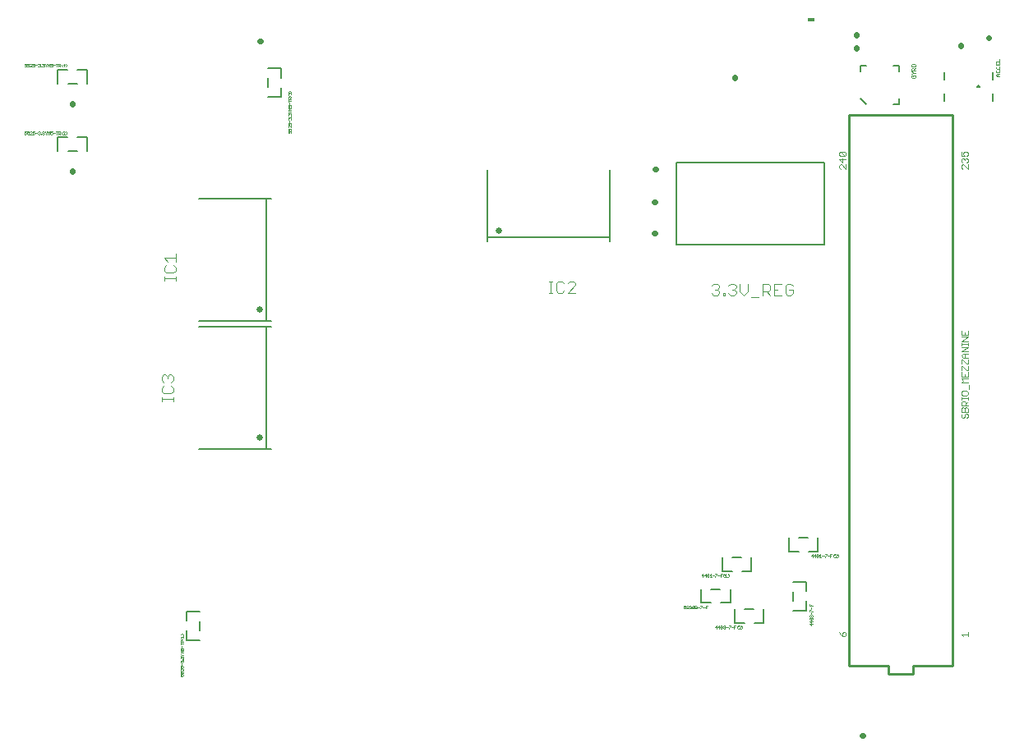
<source format=gto>
G75*
%MOIN*%
%OFA0B0*%
%FSLAX25Y25*%
%IPPOS*%
%LPD*%
%AMOC8*
5,1,8,0,0,1.08239X$1,22.5*
%
%ADD10C,0.01000*%
%ADD11C,0.00100*%
%ADD12C,0.00500*%
%ADD13C,0.00400*%
%ADD14C,0.02200*%
%ADD15C,0.00800*%
%ADD16C,0.00700*%
%ADD17R,0.03000X0.01800*%
%ADD18C,0.02601*%
D10*
X0346638Y0046300D02*
X0346638Y0269900D01*
X0388438Y0269900D01*
X0388438Y0046300D01*
X0372538Y0046300D01*
X0372538Y0042800D01*
X0362538Y0042800D01*
X0362538Y0046300D01*
X0346638Y0046300D01*
D11*
X0075937Y0042050D02*
X0075387Y0042050D01*
X0075387Y0042784D01*
X0075387Y0043155D02*
X0075937Y0043155D01*
X0075754Y0043522D01*
X0075754Y0043705D01*
X0075937Y0043889D01*
X0076304Y0043889D01*
X0076488Y0043705D01*
X0076488Y0043338D01*
X0076304Y0043155D01*
X0076304Y0042784D02*
X0076488Y0042600D01*
X0076488Y0042233D01*
X0076304Y0042050D01*
X0075937Y0042050D02*
X0075754Y0042417D01*
X0075754Y0042600D01*
X0075937Y0042784D01*
X0076304Y0042784D01*
X0075387Y0043155D02*
X0075387Y0043889D01*
X0075570Y0044260D02*
X0075387Y0044443D01*
X0075387Y0044810D01*
X0075570Y0044994D01*
X0075754Y0044994D01*
X0076488Y0044260D01*
X0076488Y0044994D01*
X0076304Y0045365D02*
X0076488Y0045548D01*
X0076488Y0045915D01*
X0076304Y0046099D01*
X0075937Y0046099D01*
X0075754Y0045915D01*
X0075754Y0045732D01*
X0075937Y0045365D01*
X0075387Y0045365D01*
X0075387Y0046099D01*
X0075937Y0046470D02*
X0075937Y0047204D01*
X0075570Y0047575D02*
X0075387Y0047758D01*
X0075387Y0048125D01*
X0075570Y0048309D01*
X0075754Y0048309D01*
X0075937Y0048125D01*
X0076121Y0048309D01*
X0076304Y0048309D01*
X0076488Y0048125D01*
X0076488Y0047758D01*
X0076304Y0047575D01*
X0075937Y0047942D02*
X0075937Y0048125D01*
X0076304Y0048680D02*
X0076304Y0048863D01*
X0076488Y0048863D01*
X0076488Y0048680D01*
X0076304Y0048680D01*
X0076304Y0049232D02*
X0076488Y0049416D01*
X0076488Y0049783D01*
X0076304Y0049966D01*
X0076121Y0049966D01*
X0075937Y0049783D01*
X0075937Y0049599D01*
X0075937Y0049783D02*
X0075754Y0049966D01*
X0075570Y0049966D01*
X0075387Y0049783D01*
X0075387Y0049416D01*
X0075570Y0049232D01*
X0075570Y0050337D02*
X0075937Y0050704D01*
X0076488Y0050704D01*
X0075937Y0050704D02*
X0075570Y0051071D01*
X0075387Y0051071D01*
X0075387Y0051442D02*
X0075754Y0051809D01*
X0075387Y0052176D01*
X0076488Y0052176D01*
X0076304Y0052547D02*
X0076488Y0052730D01*
X0076488Y0053097D01*
X0076304Y0053281D01*
X0075937Y0053281D01*
X0075754Y0053097D01*
X0075754Y0052914D01*
X0075937Y0052547D01*
X0075387Y0052547D01*
X0075387Y0053281D01*
X0075937Y0053652D02*
X0075937Y0054386D01*
X0075387Y0054757D02*
X0075387Y0055491D01*
X0075387Y0055124D02*
X0076488Y0055124D01*
X0076488Y0055862D02*
X0075387Y0055862D01*
X0075387Y0056412D01*
X0075570Y0056596D01*
X0075937Y0056596D01*
X0076121Y0056412D01*
X0076121Y0055862D01*
X0076121Y0056229D02*
X0076488Y0056596D01*
X0076121Y0056967D02*
X0075754Y0056967D01*
X0075387Y0057334D01*
X0075754Y0057703D02*
X0075387Y0058070D01*
X0076488Y0058070D01*
X0076488Y0057703D02*
X0076488Y0058437D01*
X0076488Y0058808D02*
X0076121Y0059175D01*
X0075754Y0059175D01*
X0075387Y0058808D01*
X0076488Y0057334D02*
X0076121Y0056967D01*
X0076488Y0051442D02*
X0075387Y0051442D01*
X0075387Y0050337D02*
X0075570Y0050337D01*
X0279518Y0069658D02*
X0279702Y0069475D01*
X0280069Y0069475D01*
X0280252Y0069658D01*
X0280252Y0070025D01*
X0280069Y0070209D01*
X0279885Y0070209D01*
X0279518Y0070025D01*
X0279518Y0070576D01*
X0280252Y0070576D01*
X0280623Y0070392D02*
X0280807Y0070576D01*
X0281174Y0070576D01*
X0281357Y0070392D01*
X0281357Y0070209D01*
X0280623Y0069475D01*
X0281357Y0069475D01*
X0281728Y0069658D02*
X0281912Y0069475D01*
X0282279Y0069475D01*
X0282462Y0069658D01*
X0282462Y0069842D01*
X0282279Y0070025D01*
X0282095Y0070025D01*
X0282279Y0070025D02*
X0282462Y0070209D01*
X0282462Y0070392D01*
X0282279Y0070576D01*
X0281912Y0070576D01*
X0281728Y0070392D01*
X0282833Y0070392D02*
X0282833Y0070209D01*
X0283017Y0070025D01*
X0283384Y0070025D01*
X0283567Y0069842D01*
X0283567Y0069658D01*
X0283384Y0069475D01*
X0283017Y0069475D01*
X0282833Y0069658D01*
X0282833Y0069842D01*
X0283017Y0070025D01*
X0283384Y0070025D02*
X0283567Y0070209D01*
X0283567Y0070392D01*
X0283384Y0070576D01*
X0283017Y0070576D01*
X0282833Y0070392D01*
X0283938Y0070576D02*
X0284489Y0070576D01*
X0284672Y0070392D01*
X0284672Y0070209D01*
X0284489Y0070025D01*
X0283938Y0070025D01*
X0283938Y0069475D02*
X0284489Y0069475D01*
X0284672Y0069658D01*
X0284672Y0069842D01*
X0284489Y0070025D01*
X0285043Y0070025D02*
X0285777Y0070025D01*
X0286148Y0069658D02*
X0286148Y0069475D01*
X0286148Y0069658D02*
X0286882Y0070392D01*
X0286882Y0070576D01*
X0286148Y0070576D01*
X0287253Y0070025D02*
X0287987Y0070025D01*
X0288358Y0070025D02*
X0288725Y0070025D01*
X0288358Y0069475D02*
X0288358Y0070576D01*
X0289092Y0070576D01*
X0283938Y0070576D02*
X0283938Y0069475D01*
X0292170Y0061900D02*
X0292904Y0061900D01*
X0293275Y0061900D02*
X0294009Y0061900D01*
X0294380Y0061533D02*
X0295114Y0062267D01*
X0295114Y0061533D01*
X0294930Y0061350D01*
X0294563Y0061350D01*
X0294380Y0061533D01*
X0294380Y0062267D01*
X0294563Y0062451D01*
X0294930Y0062451D01*
X0295114Y0062267D01*
X0295485Y0062267D02*
X0295668Y0062451D01*
X0296035Y0062451D01*
X0296219Y0062267D01*
X0296219Y0062084D01*
X0296035Y0061900D01*
X0296219Y0061717D01*
X0296219Y0061533D01*
X0296035Y0061350D01*
X0295668Y0061350D01*
X0295485Y0061533D01*
X0295852Y0061900D02*
X0296035Y0061900D01*
X0296590Y0061900D02*
X0297324Y0061900D01*
X0297695Y0061533D02*
X0297695Y0061350D01*
X0297695Y0061533D02*
X0298429Y0062267D01*
X0298429Y0062451D01*
X0297695Y0062451D01*
X0298800Y0061900D02*
X0299534Y0061900D01*
X0299905Y0061900D02*
X0300272Y0061900D01*
X0299905Y0061350D02*
X0299905Y0062451D01*
X0300639Y0062451D01*
X0301010Y0062084D02*
X0301376Y0062451D01*
X0301746Y0062267D02*
X0301930Y0062451D01*
X0302297Y0062451D01*
X0302480Y0062267D01*
X0302480Y0062084D01*
X0301746Y0061350D01*
X0302480Y0061350D01*
X0302851Y0061350D02*
X0303218Y0061717D01*
X0303218Y0062084D01*
X0302851Y0062451D01*
X0301376Y0061350D02*
X0301010Y0061717D01*
X0301010Y0062084D01*
X0293825Y0062451D02*
X0293275Y0061900D01*
X0293825Y0061350D02*
X0293825Y0062451D01*
X0292721Y0062451D02*
X0292170Y0061900D01*
X0292721Y0061350D02*
X0292721Y0062451D01*
X0292195Y0082350D02*
X0292195Y0082533D01*
X0292929Y0083267D01*
X0292929Y0083451D01*
X0292195Y0083451D01*
X0291824Y0082900D02*
X0291090Y0082900D01*
X0290719Y0082350D02*
X0289985Y0082350D01*
X0290352Y0082350D02*
X0290352Y0083451D01*
X0289985Y0083084D01*
X0289614Y0083267D02*
X0288880Y0082533D01*
X0289063Y0082350D01*
X0289430Y0082350D01*
X0289614Y0082533D01*
X0289614Y0083267D01*
X0289430Y0083451D01*
X0289063Y0083451D01*
X0288880Y0083267D01*
X0288880Y0082533D01*
X0288509Y0082900D02*
X0287775Y0082900D01*
X0288325Y0083451D01*
X0288325Y0082350D01*
X0287404Y0082900D02*
X0286670Y0082900D01*
X0287221Y0083451D01*
X0287221Y0082350D01*
X0293300Y0082900D02*
X0294034Y0082900D01*
X0294405Y0082900D02*
X0294772Y0082900D01*
X0294405Y0082350D02*
X0294405Y0083451D01*
X0295139Y0083451D01*
X0295510Y0083084D02*
X0295876Y0083451D01*
X0295510Y0083084D02*
X0295510Y0082717D01*
X0295876Y0082350D01*
X0296246Y0082350D02*
X0296980Y0082350D01*
X0296613Y0082350D02*
X0296613Y0083451D01*
X0296246Y0083084D01*
X0297351Y0083451D02*
X0297718Y0083084D01*
X0297718Y0082717D01*
X0297351Y0082350D01*
X0331170Y0090900D02*
X0331904Y0090900D01*
X0332275Y0090900D02*
X0333009Y0090900D01*
X0333380Y0090533D02*
X0334114Y0091267D01*
X0334114Y0090533D01*
X0333930Y0090350D01*
X0333563Y0090350D01*
X0333380Y0090533D01*
X0333380Y0091267D01*
X0333563Y0091451D01*
X0333930Y0091451D01*
X0334114Y0091267D01*
X0334485Y0091084D02*
X0334852Y0091451D01*
X0334852Y0090350D01*
X0334485Y0090350D02*
X0335219Y0090350D01*
X0335590Y0090900D02*
X0336324Y0090900D01*
X0336695Y0090533D02*
X0336695Y0090350D01*
X0336695Y0090533D02*
X0337429Y0091267D01*
X0337429Y0091451D01*
X0336695Y0091451D01*
X0337800Y0090900D02*
X0338534Y0090900D01*
X0338905Y0090900D02*
X0339272Y0090900D01*
X0338905Y0090350D02*
X0338905Y0091451D01*
X0339639Y0091451D01*
X0340010Y0091084D02*
X0340376Y0091451D01*
X0340746Y0091267D02*
X0340930Y0091451D01*
X0341297Y0091451D01*
X0341480Y0091267D01*
X0341480Y0091084D01*
X0340746Y0090350D01*
X0341480Y0090350D01*
X0341851Y0090350D02*
X0342218Y0090717D01*
X0342218Y0091084D01*
X0341851Y0091451D01*
X0340376Y0090350D02*
X0340010Y0090717D01*
X0340010Y0091084D01*
X0332825Y0091451D02*
X0332275Y0090900D01*
X0332825Y0090350D02*
X0332825Y0091451D01*
X0331721Y0091451D02*
X0331170Y0090900D01*
X0331721Y0090350D02*
X0331721Y0091451D01*
X0330587Y0071179D02*
X0330587Y0070445D01*
X0331688Y0070445D01*
X0331137Y0070445D02*
X0331137Y0070812D01*
X0331137Y0070074D02*
X0331137Y0069340D01*
X0330770Y0068969D02*
X0331504Y0068235D01*
X0331688Y0068235D01*
X0331137Y0067864D02*
X0331137Y0067130D01*
X0330954Y0066759D02*
X0331137Y0066576D01*
X0331321Y0066759D01*
X0331504Y0066759D01*
X0331688Y0066576D01*
X0331688Y0066209D01*
X0331504Y0066025D01*
X0331504Y0065654D02*
X0331688Y0065471D01*
X0331688Y0065104D01*
X0331504Y0064920D01*
X0330770Y0065654D01*
X0331504Y0065654D01*
X0330770Y0065654D02*
X0330587Y0065471D01*
X0330587Y0065104D01*
X0330770Y0064920D01*
X0331504Y0064920D01*
X0331137Y0064549D02*
X0331137Y0063815D01*
X0330587Y0064366D01*
X0331688Y0064366D01*
X0331137Y0063444D02*
X0331137Y0062710D01*
X0330587Y0063261D01*
X0331688Y0063261D01*
X0330770Y0066025D02*
X0330587Y0066209D01*
X0330587Y0066576D01*
X0330770Y0066759D01*
X0330954Y0066759D01*
X0331137Y0066576D02*
X0331137Y0066392D01*
X0330587Y0068235D02*
X0330587Y0068969D01*
X0330770Y0068969D01*
X0342586Y0059885D02*
X0343029Y0058998D01*
X0343915Y0058112D01*
X0343915Y0059441D01*
X0344358Y0059885D01*
X0344801Y0059885D01*
X0345244Y0059441D01*
X0345244Y0058555D01*
X0344801Y0058112D01*
X0343915Y0058112D01*
X0392086Y0058998D02*
X0394744Y0058998D01*
X0394744Y0058112D02*
X0394744Y0059885D01*
X0392972Y0058112D02*
X0392086Y0058998D01*
X0392529Y0146778D02*
X0392972Y0146778D01*
X0393415Y0147221D01*
X0393415Y0148107D01*
X0393858Y0148550D01*
X0394301Y0148550D01*
X0394744Y0148107D01*
X0394744Y0147221D01*
X0394301Y0146778D01*
X0392529Y0146778D02*
X0392086Y0147221D01*
X0392086Y0148107D01*
X0392529Y0148550D01*
X0392086Y0149315D02*
X0392086Y0150644D01*
X0392529Y0151087D01*
X0392972Y0151087D01*
X0393415Y0150644D01*
X0393415Y0149315D01*
X0394744Y0149315D02*
X0394744Y0150644D01*
X0394301Y0151087D01*
X0393858Y0151087D01*
X0393415Y0150644D01*
X0393858Y0151853D02*
X0393858Y0153182D01*
X0393415Y0153625D01*
X0392529Y0153625D01*
X0392086Y0153182D01*
X0392086Y0151853D01*
X0394744Y0151853D01*
X0393858Y0152739D02*
X0394744Y0153625D01*
X0394744Y0154391D02*
X0394744Y0155277D01*
X0394744Y0154834D02*
X0392086Y0154834D01*
X0392086Y0154391D02*
X0392086Y0155277D01*
X0392529Y0156082D02*
X0394301Y0156082D01*
X0394744Y0156525D01*
X0394744Y0157411D01*
X0394301Y0157854D01*
X0392529Y0157854D01*
X0392086Y0157411D01*
X0392086Y0156525D01*
X0392529Y0156082D01*
X0395187Y0158620D02*
X0395187Y0160392D01*
X0394744Y0161157D02*
X0392086Y0161157D01*
X0392972Y0162043D01*
X0392086Y0162930D01*
X0394744Y0162930D01*
X0394744Y0163695D02*
X0394744Y0165467D01*
X0394744Y0166233D02*
X0394744Y0168005D01*
X0394744Y0168770D02*
X0394744Y0170542D01*
X0394744Y0171308D02*
X0392972Y0171308D01*
X0392086Y0172194D01*
X0392972Y0173080D01*
X0394744Y0173080D01*
X0394744Y0173845D02*
X0392086Y0173845D01*
X0394744Y0175618D01*
X0392086Y0175618D01*
X0392086Y0176383D02*
X0392086Y0177269D01*
X0392086Y0176826D02*
X0394744Y0176826D01*
X0394744Y0176383D02*
X0394744Y0177269D01*
X0394744Y0178075D02*
X0392086Y0178075D01*
X0394744Y0179847D01*
X0392086Y0179847D01*
X0392086Y0180612D02*
X0394744Y0180612D01*
X0394744Y0182384D01*
X0393415Y0181498D02*
X0393415Y0180612D01*
X0392086Y0180612D02*
X0392086Y0182384D01*
X0393415Y0173080D02*
X0393415Y0171308D01*
X0392529Y0170542D02*
X0394301Y0168770D01*
X0394744Y0168770D01*
X0392529Y0168005D02*
X0394301Y0166233D01*
X0394744Y0166233D01*
X0393415Y0164581D02*
X0393415Y0163695D01*
X0392086Y0163695D02*
X0394744Y0163695D01*
X0392086Y0163695D02*
X0392086Y0165467D01*
X0392086Y0166233D02*
X0392086Y0168005D01*
X0392529Y0168005D01*
X0392086Y0168770D02*
X0392086Y0170542D01*
X0392529Y0170542D01*
X0392086Y0149315D02*
X0394744Y0149315D01*
X0394744Y0248037D02*
X0392972Y0249809D01*
X0392529Y0249809D01*
X0392086Y0249366D01*
X0392086Y0248480D01*
X0392529Y0248037D01*
X0394744Y0248037D02*
X0394744Y0249809D01*
X0394301Y0250575D02*
X0394744Y0251018D01*
X0394744Y0251904D01*
X0394301Y0252347D01*
X0393858Y0252347D01*
X0393415Y0251904D01*
X0393415Y0251461D01*
X0393415Y0251904D02*
X0392972Y0252347D01*
X0392529Y0252347D01*
X0392086Y0251904D01*
X0392086Y0251018D01*
X0392529Y0250575D01*
X0392086Y0253112D02*
X0393415Y0253112D01*
X0392972Y0253998D01*
X0392972Y0254441D01*
X0393415Y0254885D01*
X0394301Y0254885D01*
X0394744Y0254441D01*
X0394744Y0253555D01*
X0394301Y0253112D01*
X0392086Y0253112D02*
X0392086Y0254885D01*
X0406612Y0285675D02*
X0406112Y0286175D01*
X0406612Y0286676D01*
X0407613Y0286676D01*
X0407363Y0287148D02*
X0407613Y0287398D01*
X0407613Y0287899D01*
X0407363Y0288149D01*
X0407363Y0288622D02*
X0407613Y0288872D01*
X0407613Y0289372D01*
X0407363Y0289622D01*
X0407613Y0290095D02*
X0407613Y0291096D01*
X0407613Y0291568D02*
X0407613Y0292569D01*
X0407613Y0291568D02*
X0406112Y0291568D01*
X0406112Y0291096D02*
X0406112Y0290095D01*
X0407613Y0290095D01*
X0406862Y0290095D02*
X0406862Y0290595D01*
X0406362Y0289622D02*
X0406112Y0289372D01*
X0406112Y0288872D01*
X0406362Y0288622D01*
X0407363Y0288622D01*
X0406362Y0288149D02*
X0406112Y0287899D01*
X0406112Y0287398D01*
X0406362Y0287148D01*
X0407363Y0287148D01*
X0406862Y0286676D02*
X0406862Y0285675D01*
X0406612Y0285675D02*
X0407613Y0285675D01*
X0373363Y0285776D02*
X0373113Y0286026D01*
X0372612Y0286026D01*
X0372612Y0285525D01*
X0372112Y0285025D02*
X0373113Y0285025D01*
X0373363Y0285275D01*
X0373363Y0285776D01*
X0373363Y0286999D02*
X0372612Y0286999D01*
X0372112Y0287499D01*
X0371862Y0287499D01*
X0371862Y0287972D02*
X0371862Y0288722D01*
X0372112Y0288972D01*
X0372612Y0288972D01*
X0372862Y0288722D01*
X0372862Y0287972D01*
X0372862Y0288472D02*
X0373363Y0288972D01*
X0373113Y0289445D02*
X0373363Y0289695D01*
X0373363Y0290195D01*
X0373113Y0290446D01*
X0372112Y0290446D01*
X0371862Y0290195D01*
X0371862Y0289695D01*
X0372112Y0289445D01*
X0373113Y0289445D01*
X0373363Y0287972D02*
X0371862Y0287972D01*
X0372612Y0286999D02*
X0372112Y0286498D01*
X0371862Y0286498D01*
X0372112Y0286026D02*
X0371862Y0285776D01*
X0371862Y0285275D01*
X0372112Y0285025D01*
X0344801Y0254885D02*
X0345244Y0254441D01*
X0345244Y0253555D01*
X0344801Y0253112D01*
X0343029Y0254885D01*
X0344801Y0254885D01*
X0343029Y0254885D02*
X0342586Y0254441D01*
X0342586Y0253555D01*
X0343029Y0253112D01*
X0344801Y0253112D01*
X0343915Y0252347D02*
X0343915Y0250575D01*
X0342586Y0251904D01*
X0345244Y0251904D01*
X0345244Y0249809D02*
X0345244Y0248037D01*
X0343472Y0249809D01*
X0343029Y0249809D01*
X0342586Y0249366D01*
X0342586Y0248480D01*
X0343029Y0248037D01*
X0120188Y0262739D02*
X0120004Y0262555D01*
X0120188Y0262739D02*
X0120188Y0263106D01*
X0120004Y0263289D01*
X0119637Y0263289D01*
X0119454Y0263106D01*
X0119454Y0262922D01*
X0119637Y0262555D01*
X0119087Y0262555D01*
X0119087Y0263289D01*
X0119087Y0263660D02*
X0119637Y0263660D01*
X0119454Y0264027D01*
X0119454Y0264210D01*
X0119637Y0264394D01*
X0120004Y0264394D01*
X0120188Y0264210D01*
X0120188Y0263843D01*
X0120004Y0263660D01*
X0119087Y0263660D02*
X0119087Y0264394D01*
X0119270Y0264765D02*
X0119087Y0264948D01*
X0119087Y0265315D01*
X0119270Y0265499D01*
X0119454Y0265499D01*
X0120188Y0264765D01*
X0120188Y0265499D01*
X0120004Y0265870D02*
X0120188Y0266053D01*
X0120188Y0266420D01*
X0120004Y0266604D01*
X0119637Y0266604D01*
X0119454Y0266420D01*
X0119454Y0266237D01*
X0119637Y0265870D01*
X0119087Y0265870D01*
X0119087Y0266604D01*
X0119637Y0266975D02*
X0119637Y0267709D01*
X0119270Y0268080D02*
X0119087Y0268263D01*
X0119087Y0268630D01*
X0119270Y0268814D01*
X0119454Y0268814D01*
X0119637Y0268630D01*
X0119821Y0268814D01*
X0120004Y0268814D01*
X0120188Y0268630D01*
X0120188Y0268263D01*
X0120004Y0268080D01*
X0119637Y0268447D02*
X0119637Y0268630D01*
X0120004Y0269185D02*
X0120004Y0269368D01*
X0120188Y0269368D01*
X0120188Y0269185D01*
X0120004Y0269185D01*
X0120004Y0269737D02*
X0120188Y0269921D01*
X0120188Y0270288D01*
X0120004Y0270471D01*
X0119821Y0270471D01*
X0119637Y0270288D01*
X0119637Y0270104D01*
X0119637Y0270288D02*
X0119454Y0270471D01*
X0119270Y0270471D01*
X0119087Y0270288D01*
X0119087Y0269921D01*
X0119270Y0269737D01*
X0119270Y0270842D02*
X0119637Y0271209D01*
X0120188Y0271209D01*
X0119637Y0271209D02*
X0119270Y0271576D01*
X0119087Y0271576D01*
X0119087Y0271947D02*
X0119454Y0272314D01*
X0119087Y0272681D01*
X0120188Y0272681D01*
X0120004Y0273052D02*
X0120188Y0273235D01*
X0120188Y0273602D01*
X0120004Y0273786D01*
X0119637Y0273786D01*
X0119454Y0273602D01*
X0119454Y0273419D01*
X0119637Y0273052D01*
X0119087Y0273052D01*
X0119087Y0273786D01*
X0119637Y0274157D02*
X0119637Y0274891D01*
X0119087Y0275262D02*
X0119087Y0275996D01*
X0119087Y0275629D02*
X0120188Y0275629D01*
X0120188Y0276367D02*
X0119087Y0276367D01*
X0119087Y0276917D01*
X0119270Y0277101D01*
X0119637Y0277101D01*
X0119821Y0276917D01*
X0119821Y0276367D01*
X0119821Y0276734D02*
X0120188Y0277101D01*
X0119821Y0277472D02*
X0119454Y0277472D01*
X0119087Y0277839D01*
X0119270Y0278208D02*
X0119087Y0278392D01*
X0119087Y0278759D01*
X0119270Y0278942D01*
X0119454Y0278942D01*
X0119637Y0278759D01*
X0119821Y0278942D01*
X0120004Y0278942D01*
X0120188Y0278759D01*
X0120188Y0278392D01*
X0120004Y0278208D01*
X0120188Y0277839D02*
X0119821Y0277472D01*
X0119637Y0278575D02*
X0119637Y0278759D01*
X0119087Y0279313D02*
X0119454Y0279680D01*
X0119821Y0279680D01*
X0120188Y0279313D01*
X0120188Y0271947D02*
X0119087Y0271947D01*
X0119087Y0270842D02*
X0119270Y0270842D01*
X0029213Y0262784D02*
X0028846Y0263151D01*
X0028475Y0262967D02*
X0028291Y0263151D01*
X0027925Y0263151D01*
X0027741Y0262967D01*
X0027371Y0263151D02*
X0027004Y0262784D01*
X0027004Y0262417D01*
X0027371Y0262050D01*
X0027741Y0262050D02*
X0028475Y0262784D01*
X0028475Y0262967D01*
X0029213Y0262784D02*
X0029213Y0262417D01*
X0028846Y0262050D01*
X0028475Y0262050D02*
X0027741Y0262050D01*
X0026633Y0262050D02*
X0026266Y0262417D01*
X0026450Y0262417D02*
X0025899Y0262417D01*
X0025899Y0262050D02*
X0025899Y0263151D01*
X0026450Y0263151D01*
X0026633Y0262967D01*
X0026633Y0262600D01*
X0026450Y0262417D01*
X0025528Y0263151D02*
X0024795Y0263151D01*
X0025162Y0263151D02*
X0025162Y0262050D01*
X0024424Y0262600D02*
X0023690Y0262600D01*
X0023319Y0262600D02*
X0023319Y0262233D01*
X0023135Y0262050D01*
X0022768Y0262050D01*
X0022585Y0262233D01*
X0022585Y0262600D02*
X0022952Y0262784D01*
X0023135Y0262784D01*
X0023319Y0262600D01*
X0023319Y0263151D02*
X0022585Y0263151D01*
X0022585Y0262600D01*
X0022214Y0262050D02*
X0022214Y0263151D01*
X0021847Y0262784D01*
X0021480Y0263151D01*
X0021480Y0262050D01*
X0020742Y0262050D02*
X0020742Y0262600D01*
X0021109Y0262967D01*
X0021109Y0263151D01*
X0020742Y0262600D02*
X0020375Y0262967D01*
X0020375Y0263151D01*
X0020004Y0262967D02*
X0020004Y0262784D01*
X0019820Y0262600D01*
X0020004Y0262417D01*
X0020004Y0262233D01*
X0019820Y0262050D01*
X0019453Y0262050D01*
X0019270Y0262233D01*
X0018901Y0262233D02*
X0018901Y0262050D01*
X0018717Y0262050D01*
X0018717Y0262233D01*
X0018901Y0262233D01*
X0018346Y0262233D02*
X0018163Y0262050D01*
X0017796Y0262050D01*
X0017612Y0262233D01*
X0017979Y0262600D02*
X0018163Y0262600D01*
X0018346Y0262417D01*
X0018346Y0262233D01*
X0018163Y0262600D02*
X0018346Y0262784D01*
X0018346Y0262967D01*
X0018163Y0263151D01*
X0017796Y0263151D01*
X0017612Y0262967D01*
X0017241Y0262600D02*
X0016508Y0262600D01*
X0016137Y0262600D02*
X0016137Y0262233D01*
X0015953Y0262050D01*
X0015586Y0262050D01*
X0015403Y0262233D01*
X0015403Y0262600D02*
X0015770Y0262784D01*
X0015953Y0262784D01*
X0016137Y0262600D01*
X0016137Y0263151D02*
X0015403Y0263151D01*
X0015403Y0262600D01*
X0015032Y0262784D02*
X0015032Y0262967D01*
X0014848Y0263151D01*
X0014481Y0263151D01*
X0014298Y0262967D01*
X0013927Y0263151D02*
X0013193Y0263151D01*
X0013193Y0262600D01*
X0013560Y0262784D01*
X0013743Y0262784D01*
X0013927Y0262600D01*
X0013927Y0262233D01*
X0013743Y0262050D01*
X0013376Y0262050D01*
X0013193Y0262233D01*
X0012822Y0262233D02*
X0012638Y0262050D01*
X0012271Y0262050D01*
X0012088Y0262233D01*
X0012088Y0262600D02*
X0012455Y0262784D01*
X0012638Y0262784D01*
X0012822Y0262600D01*
X0012822Y0262233D01*
X0012088Y0262600D02*
X0012088Y0263151D01*
X0012822Y0263151D01*
X0014298Y0262050D02*
X0015032Y0262784D01*
X0015032Y0262050D02*
X0014298Y0262050D01*
X0019270Y0262967D02*
X0019453Y0263151D01*
X0019820Y0263151D01*
X0020004Y0262967D01*
X0019820Y0262600D02*
X0019637Y0262600D01*
X0019453Y0289550D02*
X0019270Y0289733D01*
X0019453Y0289550D02*
X0019820Y0289550D01*
X0020004Y0289733D01*
X0020004Y0289917D01*
X0019820Y0290100D01*
X0019637Y0290100D01*
X0019820Y0290100D02*
X0020004Y0290284D01*
X0020004Y0290467D01*
X0019820Y0290651D01*
X0019453Y0290651D01*
X0019270Y0290467D01*
X0018901Y0289733D02*
X0018901Y0289550D01*
X0018717Y0289550D01*
X0018717Y0289733D01*
X0018901Y0289733D01*
X0018346Y0289733D02*
X0018163Y0289550D01*
X0017796Y0289550D01*
X0017612Y0289733D01*
X0017979Y0290100D02*
X0018163Y0290100D01*
X0018346Y0289917D01*
X0018346Y0289733D01*
X0018163Y0290100D02*
X0018346Y0290284D01*
X0018346Y0290467D01*
X0018163Y0290651D01*
X0017796Y0290651D01*
X0017612Y0290467D01*
X0017241Y0290100D02*
X0016508Y0290100D01*
X0016137Y0290100D02*
X0016137Y0289733D01*
X0015953Y0289550D01*
X0015586Y0289550D01*
X0015403Y0289733D01*
X0015403Y0290100D02*
X0015770Y0290284D01*
X0015953Y0290284D01*
X0016137Y0290100D01*
X0016137Y0290651D02*
X0015403Y0290651D01*
X0015403Y0290100D01*
X0015032Y0290284D02*
X0015032Y0290467D01*
X0014848Y0290651D01*
X0014481Y0290651D01*
X0014298Y0290467D01*
X0013927Y0290651D02*
X0013193Y0290651D01*
X0013193Y0290100D01*
X0013560Y0290284D01*
X0013743Y0290284D01*
X0013927Y0290100D01*
X0013927Y0289733D01*
X0013743Y0289550D01*
X0013376Y0289550D01*
X0013193Y0289733D01*
X0012822Y0289733D02*
X0012638Y0289550D01*
X0012271Y0289550D01*
X0012088Y0289733D01*
X0012088Y0290100D02*
X0012455Y0290284D01*
X0012638Y0290284D01*
X0012822Y0290100D01*
X0012822Y0289733D01*
X0012088Y0290100D02*
X0012088Y0290651D01*
X0012822Y0290651D01*
X0014298Y0289550D02*
X0015032Y0290284D01*
X0015032Y0289550D02*
X0014298Y0289550D01*
X0020375Y0290467D02*
X0020742Y0290100D01*
X0020742Y0289550D01*
X0020742Y0290100D02*
X0021109Y0290467D01*
X0021109Y0290651D01*
X0021480Y0290651D02*
X0021847Y0290284D01*
X0022214Y0290651D01*
X0022214Y0289550D01*
X0022585Y0289733D02*
X0022768Y0289550D01*
X0023135Y0289550D01*
X0023319Y0289733D01*
X0023319Y0290100D01*
X0023135Y0290284D01*
X0022952Y0290284D01*
X0022585Y0290100D01*
X0022585Y0290651D01*
X0023319Y0290651D01*
X0023690Y0290100D02*
X0024424Y0290100D01*
X0024795Y0290651D02*
X0025528Y0290651D01*
X0025162Y0290651D02*
X0025162Y0289550D01*
X0025899Y0289550D02*
X0025899Y0290651D01*
X0026450Y0290651D01*
X0026633Y0290467D01*
X0026633Y0290100D01*
X0026450Y0289917D01*
X0025899Y0289917D01*
X0026266Y0289917D02*
X0026633Y0289550D01*
X0027004Y0289917D02*
X0027371Y0289550D01*
X0027004Y0289917D02*
X0027004Y0290284D01*
X0027371Y0290651D01*
X0027741Y0290100D02*
X0028475Y0290100D01*
X0028291Y0289550D02*
X0028291Y0290651D01*
X0027741Y0290100D01*
X0028846Y0289550D02*
X0029213Y0289917D01*
X0029213Y0290284D01*
X0028846Y0290651D01*
X0021480Y0290651D02*
X0021480Y0289550D01*
X0020375Y0290467D02*
X0020375Y0290651D01*
D12*
X0025638Y0288256D02*
X0029538Y0288256D01*
X0025638Y0288256D02*
X0025638Y0282744D01*
X0029738Y0282744D02*
X0033338Y0282744D01*
X0037443Y0282744D02*
X0037443Y0288256D01*
X0033538Y0288256D01*
X0033538Y0260756D02*
X0037443Y0260756D01*
X0037443Y0255244D01*
X0033338Y0255244D02*
X0029738Y0255244D01*
X0025638Y0255244D02*
X0025638Y0260756D01*
X0029538Y0260756D01*
X0110782Y0277094D02*
X0116294Y0277094D01*
X0116294Y0281000D01*
X0116294Y0285000D02*
X0116294Y0288900D01*
X0110782Y0288900D01*
X0110782Y0284800D02*
X0110782Y0281200D01*
X0276538Y0250732D02*
X0276538Y0217268D01*
X0336538Y0217268D01*
X0336538Y0250732D01*
X0276538Y0250732D01*
X0322132Y0098256D02*
X0322132Y0092744D01*
X0326038Y0092744D01*
X0330038Y0092744D02*
X0333938Y0092744D01*
X0333938Y0098256D01*
X0329838Y0098256D02*
X0326238Y0098256D01*
X0306938Y0090256D02*
X0306938Y0084744D01*
X0303038Y0084744D01*
X0299038Y0084744D02*
X0295132Y0084744D01*
X0295132Y0090256D01*
X0299238Y0090256D02*
X0302838Y0090256D01*
X0298313Y0077381D02*
X0298313Y0071869D01*
X0294413Y0071869D01*
X0290413Y0071869D02*
X0286507Y0071869D01*
X0286507Y0077381D01*
X0290613Y0077381D02*
X0294213Y0077381D01*
X0300132Y0069256D02*
X0300132Y0063744D01*
X0304038Y0063744D01*
X0308038Y0063744D02*
X0311938Y0063744D01*
X0311938Y0069256D01*
X0307838Y0069256D02*
X0304238Y0069256D01*
X0323782Y0068594D02*
X0329294Y0068594D01*
X0329294Y0072500D01*
X0329294Y0076500D02*
X0329294Y0080400D01*
X0323782Y0080400D01*
X0323782Y0076300D02*
X0323782Y0072700D01*
X0083294Y0068406D02*
X0077782Y0068406D01*
X0077782Y0064500D01*
X0077782Y0060500D02*
X0077782Y0056600D01*
X0083294Y0056600D01*
X0083294Y0060700D02*
X0083294Y0064300D01*
D13*
X0072338Y0153700D02*
X0072338Y0155235D01*
X0072338Y0154467D02*
X0067734Y0154467D01*
X0067734Y0153700D02*
X0067734Y0155235D01*
X0068501Y0156769D02*
X0071570Y0156769D01*
X0072338Y0157537D01*
X0072338Y0159071D01*
X0071570Y0159839D01*
X0071570Y0161373D02*
X0072338Y0162141D01*
X0072338Y0163675D01*
X0071570Y0164442D01*
X0070803Y0164442D01*
X0070036Y0163675D01*
X0070036Y0162908D01*
X0070036Y0163675D02*
X0069269Y0164442D01*
X0068501Y0164442D01*
X0067734Y0163675D01*
X0067734Y0162141D01*
X0068501Y0161373D01*
X0068501Y0159839D02*
X0067734Y0159071D01*
X0067734Y0157537D01*
X0068501Y0156769D01*
X0068734Y0202700D02*
X0068734Y0204235D01*
X0068734Y0203467D02*
X0073338Y0203467D01*
X0073338Y0202700D02*
X0073338Y0204235D01*
X0072570Y0205769D02*
X0073338Y0206537D01*
X0073338Y0208071D01*
X0072570Y0208839D01*
X0073338Y0210373D02*
X0073338Y0213442D01*
X0073338Y0211908D02*
X0068734Y0211908D01*
X0070269Y0210373D01*
X0069501Y0208839D02*
X0068734Y0208071D01*
X0068734Y0206537D01*
X0069501Y0205769D01*
X0072570Y0205769D01*
X0224738Y0202304D02*
X0226272Y0202304D01*
X0225505Y0202304D02*
X0225505Y0197700D01*
X0224738Y0197700D02*
X0226272Y0197700D01*
X0227807Y0198467D02*
X0227807Y0201537D01*
X0228574Y0202304D01*
X0230109Y0202304D01*
X0230876Y0201537D01*
X0232411Y0201537D02*
X0233178Y0202304D01*
X0234713Y0202304D01*
X0235480Y0201537D01*
X0235480Y0200769D01*
X0232411Y0197700D01*
X0235480Y0197700D01*
X0230876Y0198467D02*
X0230109Y0197700D01*
X0228574Y0197700D01*
X0227807Y0198467D01*
X0290738Y0197467D02*
X0291505Y0196700D01*
X0293040Y0196700D01*
X0293807Y0197467D01*
X0293807Y0198235D01*
X0293040Y0199002D01*
X0292272Y0199002D01*
X0293040Y0199002D02*
X0293807Y0199769D01*
X0293807Y0200537D01*
X0293040Y0201304D01*
X0291505Y0201304D01*
X0290738Y0200537D01*
X0295342Y0197467D02*
X0296109Y0197467D01*
X0296109Y0196700D01*
X0295342Y0196700D01*
X0295342Y0197467D01*
X0297644Y0197467D02*
X0298411Y0196700D01*
X0299946Y0196700D01*
X0300713Y0197467D01*
X0300713Y0198235D01*
X0299946Y0199002D01*
X0299178Y0199002D01*
X0299946Y0199002D02*
X0300713Y0199769D01*
X0300713Y0200537D01*
X0299946Y0201304D01*
X0298411Y0201304D01*
X0297644Y0200537D01*
X0302248Y0201304D02*
X0302248Y0198235D01*
X0303782Y0196700D01*
X0305317Y0198235D01*
X0305317Y0201304D01*
X0311455Y0201304D02*
X0311455Y0196700D01*
X0311455Y0198235D02*
X0313757Y0198235D01*
X0314525Y0199002D01*
X0314525Y0200537D01*
X0313757Y0201304D01*
X0311455Y0201304D01*
X0312990Y0198235D02*
X0314525Y0196700D01*
X0316059Y0196700D02*
X0319129Y0196700D01*
X0320663Y0197467D02*
X0321431Y0196700D01*
X0322965Y0196700D01*
X0323733Y0197467D01*
X0323733Y0199002D01*
X0322198Y0199002D01*
X0323733Y0200537D02*
X0322965Y0201304D01*
X0321431Y0201304D01*
X0320663Y0200537D01*
X0320663Y0197467D01*
X0317594Y0199002D02*
X0316059Y0199002D01*
X0316059Y0201304D02*
X0316059Y0196700D01*
X0316059Y0201304D02*
X0319129Y0201304D01*
X0309921Y0195933D02*
X0306852Y0195933D01*
D14*
X0267658Y0222000D02*
X0267418Y0222000D01*
X0267418Y0234500D02*
X0267658Y0234500D01*
X0267918Y0248000D02*
X0268158Y0248000D01*
X0300038Y0284880D02*
X0300038Y0285120D01*
X0349538Y0296880D02*
X0349538Y0297120D01*
X0349538Y0302380D02*
X0349538Y0302620D01*
X0391663Y0298245D02*
X0391663Y0298005D01*
X0403043Y0301375D02*
X0403283Y0301375D01*
X0107658Y0300000D02*
X0107418Y0300000D01*
X0031538Y0274620D02*
X0031538Y0274380D01*
X0031538Y0247120D02*
X0031538Y0246880D01*
X0351918Y0018000D02*
X0352158Y0018000D01*
D15*
X0112105Y0134157D02*
X0110136Y0134157D01*
X0110136Y0183843D01*
X0112105Y0183843D01*
X0110136Y0183843D02*
X0082971Y0183843D01*
X0082971Y0186157D02*
X0110136Y0186157D01*
X0110136Y0235843D01*
X0112105Y0235843D01*
X0110136Y0235843D02*
X0082971Y0235843D01*
X0110136Y0186157D02*
X0112105Y0186157D01*
X0110136Y0134157D02*
X0082971Y0134157D01*
X0199695Y0218433D02*
X0199695Y0220402D01*
X0249380Y0220402D01*
X0249380Y0218433D01*
X0249380Y0220402D02*
X0249380Y0247567D01*
X0199695Y0247567D02*
X0199695Y0220402D01*
X0385195Y0275594D02*
X0385195Y0278744D01*
X0385195Y0284256D02*
X0385195Y0287406D01*
X0398581Y0281500D02*
X0398583Y0281539D01*
X0398589Y0281578D01*
X0398599Y0281616D01*
X0398612Y0281653D01*
X0398629Y0281688D01*
X0398649Y0281722D01*
X0398673Y0281753D01*
X0398700Y0281782D01*
X0398729Y0281808D01*
X0398761Y0281831D01*
X0398795Y0281851D01*
X0398831Y0281867D01*
X0398868Y0281879D01*
X0398907Y0281888D01*
X0398946Y0281893D01*
X0398985Y0281894D01*
X0399024Y0281891D01*
X0399063Y0281884D01*
X0399100Y0281873D01*
X0399137Y0281859D01*
X0399172Y0281841D01*
X0399205Y0281820D01*
X0399236Y0281795D01*
X0399264Y0281768D01*
X0399289Y0281738D01*
X0399311Y0281705D01*
X0399330Y0281671D01*
X0399345Y0281635D01*
X0399357Y0281597D01*
X0399365Y0281559D01*
X0399369Y0281520D01*
X0399369Y0281480D01*
X0399365Y0281441D01*
X0399357Y0281403D01*
X0399345Y0281365D01*
X0399330Y0281329D01*
X0399311Y0281295D01*
X0399289Y0281262D01*
X0399264Y0281232D01*
X0399236Y0281205D01*
X0399205Y0281180D01*
X0399172Y0281159D01*
X0399137Y0281141D01*
X0399100Y0281127D01*
X0399063Y0281116D01*
X0399024Y0281109D01*
X0398985Y0281106D01*
X0398946Y0281107D01*
X0398907Y0281112D01*
X0398868Y0281121D01*
X0398831Y0281133D01*
X0398795Y0281149D01*
X0398761Y0281169D01*
X0398729Y0281192D01*
X0398700Y0281218D01*
X0398673Y0281247D01*
X0398649Y0281278D01*
X0398629Y0281312D01*
X0398612Y0281347D01*
X0398599Y0281384D01*
X0398589Y0281422D01*
X0398583Y0281461D01*
X0398581Y0281500D01*
X0404880Y0278744D02*
X0404880Y0275594D01*
X0404880Y0284256D02*
X0404880Y0287406D01*
D16*
X0366912Y0287512D02*
X0366912Y0289874D01*
X0364550Y0289874D01*
X0353526Y0289874D02*
X0351164Y0289874D01*
X0351164Y0287512D01*
X0351164Y0276488D02*
X0353526Y0274126D01*
X0364550Y0274126D02*
X0366912Y0274126D01*
X0366912Y0276488D01*
D17*
X0331038Y0308500D03*
D18*
X0204538Y0223000D03*
X0107538Y0191000D03*
X0107538Y0139000D03*
M02*

</source>
